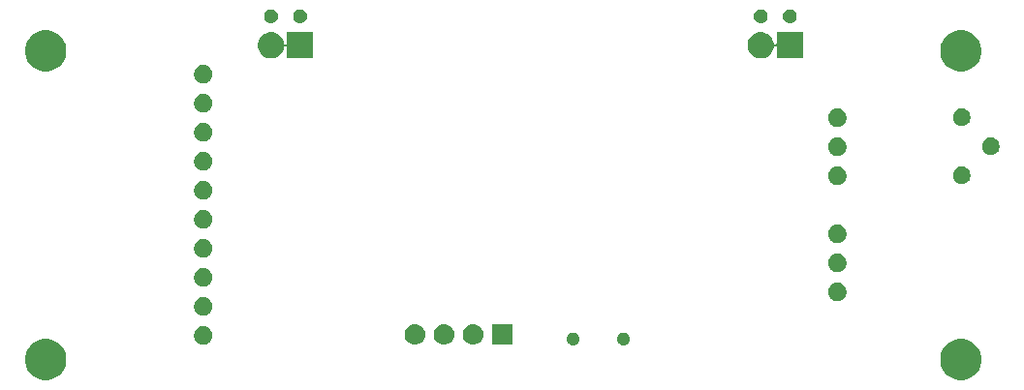
<source format=gbr>
G04 #@! TF.GenerationSoftware,KiCad,Pcbnew,(5.1.0)-1*
G04 #@! TF.CreationDate,2021-04-12T00:50:47+02:00*
G04 #@! TF.ProjectId,Drehzahlmesser,44726568-7a61-4686-9c6d-65737365722e,rev?*
G04 #@! TF.SameCoordinates,Original*
G04 #@! TF.FileFunction,Soldermask,Bot*
G04 #@! TF.FilePolarity,Negative*
%FSLAX46Y46*%
G04 Gerber Fmt 4.6, Leading zero omitted, Abs format (unit mm)*
G04 Created by KiCad (PCBNEW (5.1.0)-1) date 2021-04-12 00:50:47*
%MOMM*%
%LPD*%
G04 APERTURE LIST*
%ADD10C,0.100000*%
G04 APERTURE END LIST*
D10*
G36*
X174825331Y-78468211D02*
G01*
X175153092Y-78603974D01*
X175448070Y-78801072D01*
X175698928Y-79051930D01*
X175896026Y-79346908D01*
X176031789Y-79674669D01*
X176101000Y-80022616D01*
X176101000Y-80377384D01*
X176031789Y-80725331D01*
X175896026Y-81053092D01*
X175698928Y-81348070D01*
X175448070Y-81598928D01*
X175153092Y-81796026D01*
X174825331Y-81931789D01*
X174477384Y-82001000D01*
X174122616Y-82001000D01*
X173774669Y-81931789D01*
X173446908Y-81796026D01*
X173151930Y-81598928D01*
X172901072Y-81348070D01*
X172703974Y-81053092D01*
X172568211Y-80725331D01*
X172499000Y-80377384D01*
X172499000Y-80022616D01*
X172568211Y-79674669D01*
X172703974Y-79346908D01*
X172901072Y-79051930D01*
X173151930Y-78801072D01*
X173446908Y-78603974D01*
X173774669Y-78468211D01*
X174122616Y-78399000D01*
X174477384Y-78399000D01*
X174825331Y-78468211D01*
X174825331Y-78468211D01*
G37*
G36*
X94825331Y-78468211D02*
G01*
X95153092Y-78603974D01*
X95448070Y-78801072D01*
X95698928Y-79051930D01*
X95896026Y-79346908D01*
X96031789Y-79674669D01*
X96101000Y-80022616D01*
X96101000Y-80377384D01*
X96031789Y-80725331D01*
X95896026Y-81053092D01*
X95698928Y-81348070D01*
X95448070Y-81598928D01*
X95153092Y-81796026D01*
X94825331Y-81931789D01*
X94477384Y-82001000D01*
X94122616Y-82001000D01*
X93774669Y-81931789D01*
X93446908Y-81796026D01*
X93151930Y-81598928D01*
X92901072Y-81348070D01*
X92703974Y-81053092D01*
X92568211Y-80725331D01*
X92499000Y-80377384D01*
X92499000Y-80022616D01*
X92568211Y-79674669D01*
X92703974Y-79346908D01*
X92901072Y-79051930D01*
X93151930Y-78801072D01*
X93446908Y-78603974D01*
X93774669Y-78468211D01*
X94122616Y-78399000D01*
X94477384Y-78399000D01*
X94825331Y-78468211D01*
X94825331Y-78468211D01*
G37*
G36*
X144960721Y-77870174D02*
G01*
X145060995Y-77911709D01*
X145060996Y-77911710D01*
X145151242Y-77972010D01*
X145227990Y-78048758D01*
X145227991Y-78048760D01*
X145288291Y-78139005D01*
X145329826Y-78239279D01*
X145351000Y-78345730D01*
X145351000Y-78454270D01*
X145329826Y-78560721D01*
X145288291Y-78660995D01*
X145288290Y-78660996D01*
X145227990Y-78751242D01*
X145151242Y-78827990D01*
X145138591Y-78836443D01*
X145060995Y-78888291D01*
X144960721Y-78929826D01*
X144854270Y-78951000D01*
X144745730Y-78951000D01*
X144639279Y-78929826D01*
X144539005Y-78888291D01*
X144461409Y-78836443D01*
X144448758Y-78827990D01*
X144372010Y-78751242D01*
X144311710Y-78660996D01*
X144311709Y-78660995D01*
X144270174Y-78560721D01*
X144249000Y-78454270D01*
X144249000Y-78345730D01*
X144270174Y-78239279D01*
X144311709Y-78139005D01*
X144372009Y-78048760D01*
X144372010Y-78048758D01*
X144448758Y-77972010D01*
X144539004Y-77911710D01*
X144539005Y-77911709D01*
X144639279Y-77870174D01*
X144745730Y-77849000D01*
X144854270Y-77849000D01*
X144960721Y-77870174D01*
X144960721Y-77870174D01*
G37*
G36*
X140560721Y-77870174D02*
G01*
X140660995Y-77911709D01*
X140660996Y-77911710D01*
X140751242Y-77972010D01*
X140827990Y-78048758D01*
X140827991Y-78048760D01*
X140888291Y-78139005D01*
X140929826Y-78239279D01*
X140951000Y-78345730D01*
X140951000Y-78454270D01*
X140929826Y-78560721D01*
X140888291Y-78660995D01*
X140888290Y-78660996D01*
X140827990Y-78751242D01*
X140751242Y-78827990D01*
X140738591Y-78836443D01*
X140660995Y-78888291D01*
X140560721Y-78929826D01*
X140454270Y-78951000D01*
X140345730Y-78951000D01*
X140239279Y-78929826D01*
X140139005Y-78888291D01*
X140061409Y-78836443D01*
X140048758Y-78827990D01*
X139972010Y-78751242D01*
X139911710Y-78660996D01*
X139911709Y-78660995D01*
X139870174Y-78560721D01*
X139849000Y-78454270D01*
X139849000Y-78345730D01*
X139870174Y-78239279D01*
X139911709Y-78139005D01*
X139972009Y-78048760D01*
X139972010Y-78048758D01*
X140048758Y-77972010D01*
X140139004Y-77911710D01*
X140139005Y-77911709D01*
X140239279Y-77870174D01*
X140345730Y-77849000D01*
X140454270Y-77849000D01*
X140560721Y-77870174D01*
X140560721Y-77870174D01*
G37*
G36*
X108322142Y-77313242D02*
G01*
X108470101Y-77374529D01*
X108603255Y-77463499D01*
X108716501Y-77576745D01*
X108805471Y-77709899D01*
X108866758Y-77857858D01*
X108898000Y-78014925D01*
X108898000Y-78175075D01*
X108866758Y-78332142D01*
X108805471Y-78480101D01*
X108716501Y-78613255D01*
X108603255Y-78726501D01*
X108470101Y-78815471D01*
X108322142Y-78876758D01*
X108165075Y-78908000D01*
X108004925Y-78908000D01*
X107847858Y-78876758D01*
X107699899Y-78815471D01*
X107566745Y-78726501D01*
X107453499Y-78613255D01*
X107364529Y-78480101D01*
X107303242Y-78332142D01*
X107272000Y-78175075D01*
X107272000Y-78014925D01*
X107303242Y-77857858D01*
X107364529Y-77709899D01*
X107453499Y-77576745D01*
X107566745Y-77463499D01*
X107699899Y-77374529D01*
X107847858Y-77313242D01*
X108004925Y-77282000D01*
X108165075Y-77282000D01*
X108322142Y-77313242D01*
X108322142Y-77313242D01*
G37*
G36*
X135101000Y-78901000D02*
G01*
X133299000Y-78901000D01*
X133299000Y-77099000D01*
X135101000Y-77099000D01*
X135101000Y-78901000D01*
X135101000Y-78901000D01*
G37*
G36*
X131770442Y-77105518D02*
G01*
X131836627Y-77112037D01*
X132006466Y-77163557D01*
X132162991Y-77247222D01*
X132198729Y-77276552D01*
X132300186Y-77359814D01*
X132383448Y-77461271D01*
X132412778Y-77497009D01*
X132496443Y-77653534D01*
X132547963Y-77823373D01*
X132565359Y-78000000D01*
X132547963Y-78176627D01*
X132496443Y-78346466D01*
X132412778Y-78502991D01*
X132383448Y-78538729D01*
X132300186Y-78640186D01*
X132198729Y-78723448D01*
X132162991Y-78752778D01*
X132162989Y-78752779D01*
X132022279Y-78827991D01*
X132006466Y-78836443D01*
X131836627Y-78887963D01*
X131770442Y-78894482D01*
X131704260Y-78901000D01*
X131615740Y-78901000D01*
X131549558Y-78894482D01*
X131483373Y-78887963D01*
X131313534Y-78836443D01*
X131297722Y-78827991D01*
X131157011Y-78752779D01*
X131157009Y-78752778D01*
X131121271Y-78723448D01*
X131019814Y-78640186D01*
X130936552Y-78538729D01*
X130907222Y-78502991D01*
X130823557Y-78346466D01*
X130772037Y-78176627D01*
X130754641Y-78000000D01*
X130772037Y-77823373D01*
X130823557Y-77653534D01*
X130907222Y-77497009D01*
X130936552Y-77461271D01*
X131019814Y-77359814D01*
X131121271Y-77276552D01*
X131157009Y-77247222D01*
X131313534Y-77163557D01*
X131483373Y-77112037D01*
X131549558Y-77105518D01*
X131615740Y-77099000D01*
X131704260Y-77099000D01*
X131770442Y-77105518D01*
X131770442Y-77105518D01*
G37*
G36*
X129230442Y-77105518D02*
G01*
X129296627Y-77112037D01*
X129466466Y-77163557D01*
X129622991Y-77247222D01*
X129658729Y-77276552D01*
X129760186Y-77359814D01*
X129843448Y-77461271D01*
X129872778Y-77497009D01*
X129956443Y-77653534D01*
X130007963Y-77823373D01*
X130025359Y-78000000D01*
X130007963Y-78176627D01*
X129956443Y-78346466D01*
X129872778Y-78502991D01*
X129843448Y-78538729D01*
X129760186Y-78640186D01*
X129658729Y-78723448D01*
X129622991Y-78752778D01*
X129622989Y-78752779D01*
X129482279Y-78827991D01*
X129466466Y-78836443D01*
X129296627Y-78887963D01*
X129230442Y-78894482D01*
X129164260Y-78901000D01*
X129075740Y-78901000D01*
X129009558Y-78894482D01*
X128943373Y-78887963D01*
X128773534Y-78836443D01*
X128757722Y-78827991D01*
X128617011Y-78752779D01*
X128617009Y-78752778D01*
X128581271Y-78723448D01*
X128479814Y-78640186D01*
X128396552Y-78538729D01*
X128367222Y-78502991D01*
X128283557Y-78346466D01*
X128232037Y-78176627D01*
X128214641Y-78000000D01*
X128232037Y-77823373D01*
X128283557Y-77653534D01*
X128367222Y-77497009D01*
X128396552Y-77461271D01*
X128479814Y-77359814D01*
X128581271Y-77276552D01*
X128617009Y-77247222D01*
X128773534Y-77163557D01*
X128943373Y-77112037D01*
X129009558Y-77105518D01*
X129075740Y-77099000D01*
X129164260Y-77099000D01*
X129230442Y-77105518D01*
X129230442Y-77105518D01*
G37*
G36*
X126690442Y-77105518D02*
G01*
X126756627Y-77112037D01*
X126926466Y-77163557D01*
X127082991Y-77247222D01*
X127118729Y-77276552D01*
X127220186Y-77359814D01*
X127303448Y-77461271D01*
X127332778Y-77497009D01*
X127416443Y-77653534D01*
X127467963Y-77823373D01*
X127485359Y-78000000D01*
X127467963Y-78176627D01*
X127416443Y-78346466D01*
X127332778Y-78502991D01*
X127303448Y-78538729D01*
X127220186Y-78640186D01*
X127118729Y-78723448D01*
X127082991Y-78752778D01*
X127082989Y-78752779D01*
X126942279Y-78827991D01*
X126926466Y-78836443D01*
X126756627Y-78887963D01*
X126690442Y-78894482D01*
X126624260Y-78901000D01*
X126535740Y-78901000D01*
X126469558Y-78894482D01*
X126403373Y-78887963D01*
X126233534Y-78836443D01*
X126217722Y-78827991D01*
X126077011Y-78752779D01*
X126077009Y-78752778D01*
X126041271Y-78723448D01*
X125939814Y-78640186D01*
X125856552Y-78538729D01*
X125827222Y-78502991D01*
X125743557Y-78346466D01*
X125692037Y-78176627D01*
X125674641Y-78000000D01*
X125692037Y-77823373D01*
X125743557Y-77653534D01*
X125827222Y-77497009D01*
X125856552Y-77461271D01*
X125939814Y-77359814D01*
X126041271Y-77276552D01*
X126077009Y-77247222D01*
X126233534Y-77163557D01*
X126403373Y-77112037D01*
X126469558Y-77105518D01*
X126535740Y-77099000D01*
X126624260Y-77099000D01*
X126690442Y-77105518D01*
X126690442Y-77105518D01*
G37*
G36*
X108322142Y-74773242D02*
G01*
X108470101Y-74834529D01*
X108603255Y-74923499D01*
X108716501Y-75036745D01*
X108805471Y-75169899D01*
X108866758Y-75317858D01*
X108898000Y-75474925D01*
X108898000Y-75635075D01*
X108866758Y-75792142D01*
X108805471Y-75940101D01*
X108716501Y-76073255D01*
X108603255Y-76186501D01*
X108470101Y-76275471D01*
X108322142Y-76336758D01*
X108165075Y-76368000D01*
X108004925Y-76368000D01*
X107847858Y-76336758D01*
X107699899Y-76275471D01*
X107566745Y-76186501D01*
X107453499Y-76073255D01*
X107364529Y-75940101D01*
X107303242Y-75792142D01*
X107272000Y-75635075D01*
X107272000Y-75474925D01*
X107303242Y-75317858D01*
X107364529Y-75169899D01*
X107453499Y-75036745D01*
X107566745Y-74923499D01*
X107699899Y-74834529D01*
X107847858Y-74773242D01*
X108004925Y-74742000D01*
X108165075Y-74742000D01*
X108322142Y-74773242D01*
X108322142Y-74773242D01*
G37*
G36*
X163722142Y-73503242D02*
G01*
X163870101Y-73564529D01*
X164003255Y-73653499D01*
X164116501Y-73766745D01*
X164205471Y-73899899D01*
X164266758Y-74047858D01*
X164298000Y-74204925D01*
X164298000Y-74365075D01*
X164266758Y-74522142D01*
X164205471Y-74670101D01*
X164116501Y-74803255D01*
X164003255Y-74916501D01*
X163870101Y-75005471D01*
X163722142Y-75066758D01*
X163565075Y-75098000D01*
X163404925Y-75098000D01*
X163247858Y-75066758D01*
X163099899Y-75005471D01*
X162966745Y-74916501D01*
X162853499Y-74803255D01*
X162764529Y-74670101D01*
X162703242Y-74522142D01*
X162672000Y-74365075D01*
X162672000Y-74204925D01*
X162703242Y-74047858D01*
X162764529Y-73899899D01*
X162853499Y-73766745D01*
X162966745Y-73653499D01*
X163099899Y-73564529D01*
X163247858Y-73503242D01*
X163404925Y-73472000D01*
X163565075Y-73472000D01*
X163722142Y-73503242D01*
X163722142Y-73503242D01*
G37*
G36*
X108322142Y-72233242D02*
G01*
X108470101Y-72294529D01*
X108603255Y-72383499D01*
X108716501Y-72496745D01*
X108805471Y-72629899D01*
X108866758Y-72777858D01*
X108898000Y-72934925D01*
X108898000Y-73095075D01*
X108866758Y-73252142D01*
X108805471Y-73400101D01*
X108716501Y-73533255D01*
X108603255Y-73646501D01*
X108470101Y-73735471D01*
X108322142Y-73796758D01*
X108165075Y-73828000D01*
X108004925Y-73828000D01*
X107847858Y-73796758D01*
X107699899Y-73735471D01*
X107566745Y-73646501D01*
X107453499Y-73533255D01*
X107364529Y-73400101D01*
X107303242Y-73252142D01*
X107272000Y-73095075D01*
X107272000Y-72934925D01*
X107303242Y-72777858D01*
X107364529Y-72629899D01*
X107453499Y-72496745D01*
X107566745Y-72383499D01*
X107699899Y-72294529D01*
X107847858Y-72233242D01*
X108004925Y-72202000D01*
X108165075Y-72202000D01*
X108322142Y-72233242D01*
X108322142Y-72233242D01*
G37*
G36*
X163722142Y-70963242D02*
G01*
X163870101Y-71024529D01*
X164003255Y-71113499D01*
X164116501Y-71226745D01*
X164205471Y-71359899D01*
X164266758Y-71507858D01*
X164298000Y-71664925D01*
X164298000Y-71825075D01*
X164266758Y-71982142D01*
X164205471Y-72130101D01*
X164116501Y-72263255D01*
X164003255Y-72376501D01*
X163870101Y-72465471D01*
X163722142Y-72526758D01*
X163565075Y-72558000D01*
X163404925Y-72558000D01*
X163247858Y-72526758D01*
X163099899Y-72465471D01*
X162966745Y-72376501D01*
X162853499Y-72263255D01*
X162764529Y-72130101D01*
X162703242Y-71982142D01*
X162672000Y-71825075D01*
X162672000Y-71664925D01*
X162703242Y-71507858D01*
X162764529Y-71359899D01*
X162853499Y-71226745D01*
X162966745Y-71113499D01*
X163099899Y-71024529D01*
X163247858Y-70963242D01*
X163404925Y-70932000D01*
X163565075Y-70932000D01*
X163722142Y-70963242D01*
X163722142Y-70963242D01*
G37*
G36*
X108322142Y-69693242D02*
G01*
X108470101Y-69754529D01*
X108603255Y-69843499D01*
X108716501Y-69956745D01*
X108805471Y-70089899D01*
X108866758Y-70237858D01*
X108898000Y-70394925D01*
X108898000Y-70555075D01*
X108866758Y-70712142D01*
X108805471Y-70860101D01*
X108716501Y-70993255D01*
X108603255Y-71106501D01*
X108470101Y-71195471D01*
X108322142Y-71256758D01*
X108165075Y-71288000D01*
X108004925Y-71288000D01*
X107847858Y-71256758D01*
X107699899Y-71195471D01*
X107566745Y-71106501D01*
X107453499Y-70993255D01*
X107364529Y-70860101D01*
X107303242Y-70712142D01*
X107272000Y-70555075D01*
X107272000Y-70394925D01*
X107303242Y-70237858D01*
X107364529Y-70089899D01*
X107453499Y-69956745D01*
X107566745Y-69843499D01*
X107699899Y-69754529D01*
X107847858Y-69693242D01*
X108004925Y-69662000D01*
X108165075Y-69662000D01*
X108322142Y-69693242D01*
X108322142Y-69693242D01*
G37*
G36*
X163722142Y-68423242D02*
G01*
X163870101Y-68484529D01*
X164003255Y-68573499D01*
X164116501Y-68686745D01*
X164205471Y-68819899D01*
X164266758Y-68967858D01*
X164298000Y-69124925D01*
X164298000Y-69285075D01*
X164266758Y-69442142D01*
X164205471Y-69590101D01*
X164116501Y-69723255D01*
X164003255Y-69836501D01*
X163870101Y-69925471D01*
X163722142Y-69986758D01*
X163565075Y-70018000D01*
X163404925Y-70018000D01*
X163247858Y-69986758D01*
X163099899Y-69925471D01*
X162966745Y-69836501D01*
X162853499Y-69723255D01*
X162764529Y-69590101D01*
X162703242Y-69442142D01*
X162672000Y-69285075D01*
X162672000Y-69124925D01*
X162703242Y-68967858D01*
X162764529Y-68819899D01*
X162853499Y-68686745D01*
X162966745Y-68573499D01*
X163099899Y-68484529D01*
X163247858Y-68423242D01*
X163404925Y-68392000D01*
X163565075Y-68392000D01*
X163722142Y-68423242D01*
X163722142Y-68423242D01*
G37*
G36*
X108322142Y-67153242D02*
G01*
X108470101Y-67214529D01*
X108603255Y-67303499D01*
X108716501Y-67416745D01*
X108805471Y-67549899D01*
X108866758Y-67697858D01*
X108898000Y-67854925D01*
X108898000Y-68015075D01*
X108866758Y-68172142D01*
X108805471Y-68320101D01*
X108716501Y-68453255D01*
X108603255Y-68566501D01*
X108470101Y-68655471D01*
X108322142Y-68716758D01*
X108165075Y-68748000D01*
X108004925Y-68748000D01*
X107847858Y-68716758D01*
X107699899Y-68655471D01*
X107566745Y-68566501D01*
X107453499Y-68453255D01*
X107364529Y-68320101D01*
X107303242Y-68172142D01*
X107272000Y-68015075D01*
X107272000Y-67854925D01*
X107303242Y-67697858D01*
X107364529Y-67549899D01*
X107453499Y-67416745D01*
X107566745Y-67303499D01*
X107699899Y-67214529D01*
X107847858Y-67153242D01*
X108004925Y-67122000D01*
X108165075Y-67122000D01*
X108322142Y-67153242D01*
X108322142Y-67153242D01*
G37*
G36*
X108322142Y-64613242D02*
G01*
X108470101Y-64674529D01*
X108603255Y-64763499D01*
X108716501Y-64876745D01*
X108805471Y-65009899D01*
X108866758Y-65157858D01*
X108898000Y-65314925D01*
X108898000Y-65475075D01*
X108866758Y-65632142D01*
X108805471Y-65780101D01*
X108716501Y-65913255D01*
X108603255Y-66026501D01*
X108470101Y-66115471D01*
X108322142Y-66176758D01*
X108165075Y-66208000D01*
X108004925Y-66208000D01*
X107847858Y-66176758D01*
X107699899Y-66115471D01*
X107566745Y-66026501D01*
X107453499Y-65913255D01*
X107364529Y-65780101D01*
X107303242Y-65632142D01*
X107272000Y-65475075D01*
X107272000Y-65314925D01*
X107303242Y-65157858D01*
X107364529Y-65009899D01*
X107453499Y-64876745D01*
X107566745Y-64763499D01*
X107699899Y-64674529D01*
X107847858Y-64613242D01*
X108004925Y-64582000D01*
X108165075Y-64582000D01*
X108322142Y-64613242D01*
X108322142Y-64613242D01*
G37*
G36*
X163722142Y-63343242D02*
G01*
X163870101Y-63404529D01*
X164003255Y-63493499D01*
X164116501Y-63606745D01*
X164205471Y-63739899D01*
X164266758Y-63887858D01*
X164298000Y-64044925D01*
X164298000Y-64205075D01*
X164266758Y-64362142D01*
X164205471Y-64510101D01*
X164116501Y-64643255D01*
X164003255Y-64756501D01*
X163870101Y-64845471D01*
X163722142Y-64906758D01*
X163565075Y-64938000D01*
X163404925Y-64938000D01*
X163247858Y-64906758D01*
X163099899Y-64845471D01*
X162966745Y-64756501D01*
X162853499Y-64643255D01*
X162764529Y-64510101D01*
X162703242Y-64362142D01*
X162672000Y-64205075D01*
X162672000Y-64044925D01*
X162703242Y-63887858D01*
X162764529Y-63739899D01*
X162853499Y-63606745D01*
X162966745Y-63493499D01*
X163099899Y-63404529D01*
X163247858Y-63343242D01*
X163404925Y-63312000D01*
X163565075Y-63312000D01*
X163722142Y-63343242D01*
X163722142Y-63343242D01*
G37*
G36*
X174485589Y-63328876D02*
G01*
X174584893Y-63348629D01*
X174725206Y-63406748D01*
X174851484Y-63491125D01*
X174958875Y-63598516D01*
X175043252Y-63724794D01*
X175101371Y-63865107D01*
X175131000Y-64014063D01*
X175131000Y-64165937D01*
X175101371Y-64314893D01*
X175043252Y-64455206D01*
X174958875Y-64581484D01*
X174851484Y-64688875D01*
X174725206Y-64773252D01*
X174584893Y-64831371D01*
X174485589Y-64851124D01*
X174435938Y-64861000D01*
X174284062Y-64861000D01*
X174234411Y-64851124D01*
X174135107Y-64831371D01*
X173994794Y-64773252D01*
X173868516Y-64688875D01*
X173761125Y-64581484D01*
X173676748Y-64455206D01*
X173618629Y-64314893D01*
X173589000Y-64165937D01*
X173589000Y-64014063D01*
X173618629Y-63865107D01*
X173676748Y-63724794D01*
X173761125Y-63598516D01*
X173868516Y-63491125D01*
X173994794Y-63406748D01*
X174135107Y-63348629D01*
X174234411Y-63328876D01*
X174284062Y-63319000D01*
X174435938Y-63319000D01*
X174485589Y-63328876D01*
X174485589Y-63328876D01*
G37*
G36*
X108322142Y-62073242D02*
G01*
X108470101Y-62134529D01*
X108603255Y-62223499D01*
X108716501Y-62336745D01*
X108805471Y-62469899D01*
X108866758Y-62617858D01*
X108898000Y-62774925D01*
X108898000Y-62935075D01*
X108866758Y-63092142D01*
X108805471Y-63240101D01*
X108716501Y-63373255D01*
X108603255Y-63486501D01*
X108470101Y-63575471D01*
X108322142Y-63636758D01*
X108165075Y-63668000D01*
X108004925Y-63668000D01*
X107847858Y-63636758D01*
X107699899Y-63575471D01*
X107566745Y-63486501D01*
X107453499Y-63373255D01*
X107364529Y-63240101D01*
X107303242Y-63092142D01*
X107272000Y-62935075D01*
X107272000Y-62774925D01*
X107303242Y-62617858D01*
X107364529Y-62469899D01*
X107453499Y-62336745D01*
X107566745Y-62223499D01*
X107699899Y-62134529D01*
X107847858Y-62073242D01*
X108004925Y-62042000D01*
X108165075Y-62042000D01*
X108322142Y-62073242D01*
X108322142Y-62073242D01*
G37*
G36*
X163722142Y-60803242D02*
G01*
X163870101Y-60864529D01*
X164003255Y-60953499D01*
X164116501Y-61066745D01*
X164205471Y-61199899D01*
X164266758Y-61347858D01*
X164298000Y-61504925D01*
X164298000Y-61665075D01*
X164266758Y-61822142D01*
X164205471Y-61970101D01*
X164116501Y-62103255D01*
X164003255Y-62216501D01*
X163870101Y-62305471D01*
X163722142Y-62366758D01*
X163565075Y-62398000D01*
X163404925Y-62398000D01*
X163247858Y-62366758D01*
X163099899Y-62305471D01*
X162966745Y-62216501D01*
X162853499Y-62103255D01*
X162764529Y-61970101D01*
X162703242Y-61822142D01*
X162672000Y-61665075D01*
X162672000Y-61504925D01*
X162703242Y-61347858D01*
X162764529Y-61199899D01*
X162853499Y-61066745D01*
X162966745Y-60953499D01*
X163099899Y-60864529D01*
X163247858Y-60803242D01*
X163404925Y-60772000D01*
X163565075Y-60772000D01*
X163722142Y-60803242D01*
X163722142Y-60803242D01*
G37*
G36*
X177025589Y-60788876D02*
G01*
X177124893Y-60808629D01*
X177265206Y-60866748D01*
X177391484Y-60951125D01*
X177498875Y-61058516D01*
X177583252Y-61184794D01*
X177641371Y-61325107D01*
X177671000Y-61474063D01*
X177671000Y-61625937D01*
X177641371Y-61774893D01*
X177583252Y-61915206D01*
X177498875Y-62041484D01*
X177391484Y-62148875D01*
X177265206Y-62233252D01*
X177124893Y-62291371D01*
X177025589Y-62311124D01*
X176975938Y-62321000D01*
X176824062Y-62321000D01*
X176774411Y-62311124D01*
X176675107Y-62291371D01*
X176534794Y-62233252D01*
X176408516Y-62148875D01*
X176301125Y-62041484D01*
X176216748Y-61915206D01*
X176158629Y-61774893D01*
X176129000Y-61625937D01*
X176129000Y-61474063D01*
X176158629Y-61325107D01*
X176216748Y-61184794D01*
X176301125Y-61058516D01*
X176408516Y-60951125D01*
X176534794Y-60866748D01*
X176675107Y-60808629D01*
X176774411Y-60788876D01*
X176824062Y-60779000D01*
X176975938Y-60779000D01*
X177025589Y-60788876D01*
X177025589Y-60788876D01*
G37*
G36*
X108322142Y-59533242D02*
G01*
X108470101Y-59594529D01*
X108603255Y-59683499D01*
X108716501Y-59796745D01*
X108805471Y-59929899D01*
X108866758Y-60077858D01*
X108898000Y-60234925D01*
X108898000Y-60395075D01*
X108866758Y-60552142D01*
X108805471Y-60700101D01*
X108716501Y-60833255D01*
X108603255Y-60946501D01*
X108470101Y-61035471D01*
X108322142Y-61096758D01*
X108165075Y-61128000D01*
X108004925Y-61128000D01*
X107847858Y-61096758D01*
X107699899Y-61035471D01*
X107566745Y-60946501D01*
X107453499Y-60833255D01*
X107364529Y-60700101D01*
X107303242Y-60552142D01*
X107272000Y-60395075D01*
X107272000Y-60234925D01*
X107303242Y-60077858D01*
X107364529Y-59929899D01*
X107453499Y-59796745D01*
X107566745Y-59683499D01*
X107699899Y-59594529D01*
X107847858Y-59533242D01*
X108004925Y-59502000D01*
X108165075Y-59502000D01*
X108322142Y-59533242D01*
X108322142Y-59533242D01*
G37*
G36*
X163722142Y-58263242D02*
G01*
X163870101Y-58324529D01*
X164003255Y-58413499D01*
X164116501Y-58526745D01*
X164205471Y-58659899D01*
X164266758Y-58807858D01*
X164298000Y-58964925D01*
X164298000Y-59125075D01*
X164266758Y-59282142D01*
X164205471Y-59430101D01*
X164116501Y-59563255D01*
X164003255Y-59676501D01*
X163870101Y-59765471D01*
X163722142Y-59826758D01*
X163565075Y-59858000D01*
X163404925Y-59858000D01*
X163247858Y-59826758D01*
X163099899Y-59765471D01*
X162966745Y-59676501D01*
X162853499Y-59563255D01*
X162764529Y-59430101D01*
X162703242Y-59282142D01*
X162672000Y-59125075D01*
X162672000Y-58964925D01*
X162703242Y-58807858D01*
X162764529Y-58659899D01*
X162853499Y-58526745D01*
X162966745Y-58413499D01*
X163099899Y-58324529D01*
X163247858Y-58263242D01*
X163404925Y-58232000D01*
X163565075Y-58232000D01*
X163722142Y-58263242D01*
X163722142Y-58263242D01*
G37*
G36*
X174485589Y-58248876D02*
G01*
X174584893Y-58268629D01*
X174725206Y-58326748D01*
X174851484Y-58411125D01*
X174958875Y-58518516D01*
X175043252Y-58644794D01*
X175101371Y-58785107D01*
X175131000Y-58934063D01*
X175131000Y-59085937D01*
X175101371Y-59234893D01*
X175043252Y-59375206D01*
X174958875Y-59501484D01*
X174851484Y-59608875D01*
X174725206Y-59693252D01*
X174584893Y-59751371D01*
X174485589Y-59771124D01*
X174435938Y-59781000D01*
X174284062Y-59781000D01*
X174234411Y-59771124D01*
X174135107Y-59751371D01*
X173994794Y-59693252D01*
X173868516Y-59608875D01*
X173761125Y-59501484D01*
X173676748Y-59375206D01*
X173618629Y-59234893D01*
X173589000Y-59085937D01*
X173589000Y-58934063D01*
X173618629Y-58785107D01*
X173676748Y-58644794D01*
X173761125Y-58518516D01*
X173868516Y-58411125D01*
X173994794Y-58326748D01*
X174135107Y-58268629D01*
X174234411Y-58248876D01*
X174284062Y-58239000D01*
X174435938Y-58239000D01*
X174485589Y-58248876D01*
X174485589Y-58248876D01*
G37*
G36*
X108322142Y-56993242D02*
G01*
X108470101Y-57054529D01*
X108603255Y-57143499D01*
X108716501Y-57256745D01*
X108805471Y-57389899D01*
X108866758Y-57537858D01*
X108898000Y-57694925D01*
X108898000Y-57855075D01*
X108866758Y-58012142D01*
X108805471Y-58160101D01*
X108716501Y-58293255D01*
X108603255Y-58406501D01*
X108470101Y-58495471D01*
X108322142Y-58556758D01*
X108165075Y-58588000D01*
X108004925Y-58588000D01*
X107847858Y-58556758D01*
X107699899Y-58495471D01*
X107566745Y-58406501D01*
X107453499Y-58293255D01*
X107364529Y-58160101D01*
X107303242Y-58012142D01*
X107272000Y-57855075D01*
X107272000Y-57694925D01*
X107303242Y-57537858D01*
X107364529Y-57389899D01*
X107453499Y-57256745D01*
X107566745Y-57143499D01*
X107699899Y-57054529D01*
X107847858Y-56993242D01*
X108004925Y-56962000D01*
X108165075Y-56962000D01*
X108322142Y-56993242D01*
X108322142Y-56993242D01*
G37*
G36*
X108322142Y-54453242D02*
G01*
X108470101Y-54514529D01*
X108603255Y-54603499D01*
X108716501Y-54716745D01*
X108805471Y-54849899D01*
X108866758Y-54997858D01*
X108898000Y-55154925D01*
X108898000Y-55315075D01*
X108866758Y-55472142D01*
X108805471Y-55620101D01*
X108716501Y-55753255D01*
X108603255Y-55866501D01*
X108470101Y-55955471D01*
X108322142Y-56016758D01*
X108165075Y-56048000D01*
X108004925Y-56048000D01*
X107847858Y-56016758D01*
X107699899Y-55955471D01*
X107566745Y-55866501D01*
X107453499Y-55753255D01*
X107364529Y-55620101D01*
X107303242Y-55472142D01*
X107272000Y-55315075D01*
X107272000Y-55154925D01*
X107303242Y-54997858D01*
X107364529Y-54849899D01*
X107453499Y-54716745D01*
X107566745Y-54603499D01*
X107699899Y-54514529D01*
X107847858Y-54453242D01*
X108004925Y-54422000D01*
X108165075Y-54422000D01*
X108322142Y-54453242D01*
X108322142Y-54453242D01*
G37*
G36*
X174825331Y-51468211D02*
G01*
X175153092Y-51603974D01*
X175448070Y-51801072D01*
X175698928Y-52051930D01*
X175896026Y-52346908D01*
X176031789Y-52674669D01*
X176101000Y-53022616D01*
X176101000Y-53377384D01*
X176031789Y-53725331D01*
X175896026Y-54053092D01*
X175698928Y-54348070D01*
X175448070Y-54598928D01*
X175153092Y-54796026D01*
X174825331Y-54931789D01*
X174477384Y-55001000D01*
X174122616Y-55001000D01*
X173774669Y-54931789D01*
X173446908Y-54796026D01*
X173151930Y-54598928D01*
X172901072Y-54348070D01*
X172703974Y-54053092D01*
X172568211Y-53725331D01*
X172499000Y-53377384D01*
X172499000Y-53022616D01*
X172568211Y-52674669D01*
X172703974Y-52346908D01*
X172901072Y-52051930D01*
X173151930Y-51801072D01*
X173446908Y-51603974D01*
X173774669Y-51468211D01*
X174122616Y-51399000D01*
X174477384Y-51399000D01*
X174825331Y-51468211D01*
X174825331Y-51468211D01*
G37*
G36*
X94825331Y-51468211D02*
G01*
X95153092Y-51603974D01*
X95448070Y-51801072D01*
X95698928Y-52051930D01*
X95896026Y-52346908D01*
X96031789Y-52674669D01*
X96101000Y-53022616D01*
X96101000Y-53377384D01*
X96031789Y-53725331D01*
X95896026Y-54053092D01*
X95698928Y-54348070D01*
X95448070Y-54598928D01*
X95153092Y-54796026D01*
X94825331Y-54931789D01*
X94477384Y-55001000D01*
X94122616Y-55001000D01*
X93774669Y-54931789D01*
X93446908Y-54796026D01*
X93151930Y-54598928D01*
X92901072Y-54348070D01*
X92703974Y-54053092D01*
X92568211Y-53725331D01*
X92499000Y-53377384D01*
X92499000Y-53022616D01*
X92568211Y-52674669D01*
X92703974Y-52346908D01*
X92901072Y-52051930D01*
X93151930Y-51801072D01*
X93446908Y-51603974D01*
X93774669Y-51468211D01*
X94122616Y-51399000D01*
X94477384Y-51399000D01*
X94825331Y-51468211D01*
X94825331Y-51468211D01*
G37*
G36*
X114224549Y-51571116D02*
G01*
X114335734Y-51593232D01*
X114545203Y-51679997D01*
X114733720Y-51805960D01*
X114894040Y-51966280D01*
X115020003Y-52154797D01*
X115099578Y-52346907D01*
X115106768Y-52364267D01*
X115141404Y-52538393D01*
X115148517Y-52561842D01*
X115160068Y-52583453D01*
X115175613Y-52602395D01*
X115194555Y-52617940D01*
X115216166Y-52629491D01*
X115239615Y-52636604D01*
X115264001Y-52639006D01*
X115288387Y-52636604D01*
X115311836Y-52629491D01*
X115333447Y-52617940D01*
X115352389Y-52602395D01*
X115367934Y-52583453D01*
X115379485Y-52561842D01*
X115386598Y-52538393D01*
X115389000Y-52514007D01*
X115389000Y-51549000D01*
X117691000Y-51549000D01*
X117691000Y-53851000D01*
X115389000Y-53851000D01*
X115389000Y-52885993D01*
X115386598Y-52861607D01*
X115379485Y-52838158D01*
X115367934Y-52816547D01*
X115352389Y-52797605D01*
X115333447Y-52782060D01*
X115311836Y-52770509D01*
X115288387Y-52763396D01*
X115264001Y-52760994D01*
X115239615Y-52763396D01*
X115216166Y-52770509D01*
X115194555Y-52782060D01*
X115175613Y-52797605D01*
X115160068Y-52816547D01*
X115148517Y-52838158D01*
X115141404Y-52861607D01*
X115106768Y-53035734D01*
X115020003Y-53245203D01*
X114894040Y-53433720D01*
X114733720Y-53594040D01*
X114545203Y-53720003D01*
X114335734Y-53806768D01*
X114224549Y-53828884D01*
X114113365Y-53851000D01*
X113886635Y-53851000D01*
X113775451Y-53828884D01*
X113664266Y-53806768D01*
X113454797Y-53720003D01*
X113266280Y-53594040D01*
X113105960Y-53433720D01*
X112979997Y-53245203D01*
X112893232Y-53035734D01*
X112849000Y-52813364D01*
X112849000Y-52586636D01*
X112893232Y-52364266D01*
X112979997Y-52154797D01*
X113105960Y-51966280D01*
X113266280Y-51805960D01*
X113454797Y-51679997D01*
X113664266Y-51593232D01*
X113775451Y-51571116D01*
X113886635Y-51549000D01*
X114113365Y-51549000D01*
X114224549Y-51571116D01*
X114224549Y-51571116D01*
G37*
G36*
X157024549Y-51571116D02*
G01*
X157135734Y-51593232D01*
X157345203Y-51679997D01*
X157533720Y-51805960D01*
X157694040Y-51966280D01*
X157820003Y-52154797D01*
X157899578Y-52346907D01*
X157906768Y-52364267D01*
X157941404Y-52538393D01*
X157948517Y-52561842D01*
X157960068Y-52583453D01*
X157975613Y-52602395D01*
X157994555Y-52617940D01*
X158016166Y-52629491D01*
X158039615Y-52636604D01*
X158064001Y-52639006D01*
X158088387Y-52636604D01*
X158111836Y-52629491D01*
X158133447Y-52617940D01*
X158152389Y-52602395D01*
X158167934Y-52583453D01*
X158179485Y-52561842D01*
X158186598Y-52538393D01*
X158189000Y-52514007D01*
X158189000Y-51549000D01*
X160491000Y-51549000D01*
X160491000Y-53851000D01*
X158189000Y-53851000D01*
X158189000Y-52885993D01*
X158186598Y-52861607D01*
X158179485Y-52838158D01*
X158167934Y-52816547D01*
X158152389Y-52797605D01*
X158133447Y-52782060D01*
X158111836Y-52770509D01*
X158088387Y-52763396D01*
X158064001Y-52760994D01*
X158039615Y-52763396D01*
X158016166Y-52770509D01*
X157994555Y-52782060D01*
X157975613Y-52797605D01*
X157960068Y-52816547D01*
X157948517Y-52838158D01*
X157941404Y-52861607D01*
X157906768Y-53035734D01*
X157820003Y-53245203D01*
X157694040Y-53433720D01*
X157533720Y-53594040D01*
X157345203Y-53720003D01*
X157135734Y-53806768D01*
X157024549Y-53828884D01*
X156913365Y-53851000D01*
X156686635Y-53851000D01*
X156575451Y-53828884D01*
X156464266Y-53806768D01*
X156254797Y-53720003D01*
X156066280Y-53594040D01*
X155905960Y-53433720D01*
X155779997Y-53245203D01*
X155693232Y-53035734D01*
X155649000Y-52813364D01*
X155649000Y-52586636D01*
X155693232Y-52364266D01*
X155779997Y-52154797D01*
X155905960Y-51966280D01*
X156066280Y-51805960D01*
X156254797Y-51679997D01*
X156464266Y-51593232D01*
X156575451Y-51571116D01*
X156686635Y-51549000D01*
X156913365Y-51549000D01*
X157024549Y-51571116D01*
X157024549Y-51571116D01*
G37*
G36*
X159476601Y-49574397D02*
G01*
X159515305Y-49582096D01*
X159547340Y-49595365D01*
X159624680Y-49627400D01*
X159723115Y-49693173D01*
X159806827Y-49776885D01*
X159872600Y-49875320D01*
X159917904Y-49984696D01*
X159941000Y-50100805D01*
X159941000Y-50219195D01*
X159917904Y-50335304D01*
X159872600Y-50444680D01*
X159806827Y-50543115D01*
X159723115Y-50626827D01*
X159624680Y-50692600D01*
X159547340Y-50724635D01*
X159515305Y-50737904D01*
X159476601Y-50745603D01*
X159399195Y-50761000D01*
X159280805Y-50761000D01*
X159203399Y-50745603D01*
X159164695Y-50737904D01*
X159132660Y-50724635D01*
X159055320Y-50692600D01*
X158956885Y-50626827D01*
X158873173Y-50543115D01*
X158807400Y-50444680D01*
X158762096Y-50335304D01*
X158739000Y-50219195D01*
X158739000Y-50100805D01*
X158762096Y-49984696D01*
X158807400Y-49875320D01*
X158873173Y-49776885D01*
X158956885Y-49693173D01*
X159055320Y-49627400D01*
X159132660Y-49595365D01*
X159164695Y-49582096D01*
X159203399Y-49574397D01*
X159280805Y-49559000D01*
X159399195Y-49559000D01*
X159476601Y-49574397D01*
X159476601Y-49574397D01*
G37*
G36*
X156936601Y-49574397D02*
G01*
X156975305Y-49582096D01*
X157007340Y-49595365D01*
X157084680Y-49627400D01*
X157183115Y-49693173D01*
X157266827Y-49776885D01*
X157332600Y-49875320D01*
X157377904Y-49984696D01*
X157401000Y-50100805D01*
X157401000Y-50219195D01*
X157377904Y-50335304D01*
X157332600Y-50444680D01*
X157266827Y-50543115D01*
X157183115Y-50626827D01*
X157084680Y-50692600D01*
X157007340Y-50724635D01*
X156975305Y-50737904D01*
X156936601Y-50745603D01*
X156859195Y-50761000D01*
X156740805Y-50761000D01*
X156663399Y-50745603D01*
X156624695Y-50737904D01*
X156592660Y-50724635D01*
X156515320Y-50692600D01*
X156416885Y-50626827D01*
X156333173Y-50543115D01*
X156267400Y-50444680D01*
X156222096Y-50335304D01*
X156199000Y-50219195D01*
X156199000Y-50100805D01*
X156222096Y-49984696D01*
X156267400Y-49875320D01*
X156333173Y-49776885D01*
X156416885Y-49693173D01*
X156515320Y-49627400D01*
X156592660Y-49595365D01*
X156624695Y-49582096D01*
X156663399Y-49574397D01*
X156740805Y-49559000D01*
X156859195Y-49559000D01*
X156936601Y-49574397D01*
X156936601Y-49574397D01*
G37*
G36*
X116676601Y-49574397D02*
G01*
X116715305Y-49582096D01*
X116747340Y-49595365D01*
X116824680Y-49627400D01*
X116923115Y-49693173D01*
X117006827Y-49776885D01*
X117072600Y-49875320D01*
X117117904Y-49984696D01*
X117141000Y-50100805D01*
X117141000Y-50219195D01*
X117117904Y-50335304D01*
X117072600Y-50444680D01*
X117006827Y-50543115D01*
X116923115Y-50626827D01*
X116824680Y-50692600D01*
X116747340Y-50724635D01*
X116715305Y-50737904D01*
X116676601Y-50745603D01*
X116599195Y-50761000D01*
X116480805Y-50761000D01*
X116403399Y-50745603D01*
X116364695Y-50737904D01*
X116332660Y-50724635D01*
X116255320Y-50692600D01*
X116156885Y-50626827D01*
X116073173Y-50543115D01*
X116007400Y-50444680D01*
X115962096Y-50335304D01*
X115939000Y-50219195D01*
X115939000Y-50100805D01*
X115962096Y-49984696D01*
X116007400Y-49875320D01*
X116073173Y-49776885D01*
X116156885Y-49693173D01*
X116255320Y-49627400D01*
X116332660Y-49595365D01*
X116364695Y-49582096D01*
X116403399Y-49574397D01*
X116480805Y-49559000D01*
X116599195Y-49559000D01*
X116676601Y-49574397D01*
X116676601Y-49574397D01*
G37*
G36*
X114136601Y-49574397D02*
G01*
X114175305Y-49582096D01*
X114207340Y-49595365D01*
X114284680Y-49627400D01*
X114383115Y-49693173D01*
X114466827Y-49776885D01*
X114532600Y-49875320D01*
X114577904Y-49984696D01*
X114601000Y-50100805D01*
X114601000Y-50219195D01*
X114577904Y-50335304D01*
X114532600Y-50444680D01*
X114466827Y-50543115D01*
X114383115Y-50626827D01*
X114284680Y-50692600D01*
X114207340Y-50724635D01*
X114175305Y-50737904D01*
X114136601Y-50745603D01*
X114059195Y-50761000D01*
X113940805Y-50761000D01*
X113863399Y-50745603D01*
X113824695Y-50737904D01*
X113792660Y-50724635D01*
X113715320Y-50692600D01*
X113616885Y-50626827D01*
X113533173Y-50543115D01*
X113467400Y-50444680D01*
X113422096Y-50335304D01*
X113399000Y-50219195D01*
X113399000Y-50100805D01*
X113422096Y-49984696D01*
X113467400Y-49875320D01*
X113533173Y-49776885D01*
X113616885Y-49693173D01*
X113715320Y-49627400D01*
X113792660Y-49595365D01*
X113824695Y-49582096D01*
X113863399Y-49574397D01*
X113940805Y-49559000D01*
X114059195Y-49559000D01*
X114136601Y-49574397D01*
X114136601Y-49574397D01*
G37*
M02*

</source>
